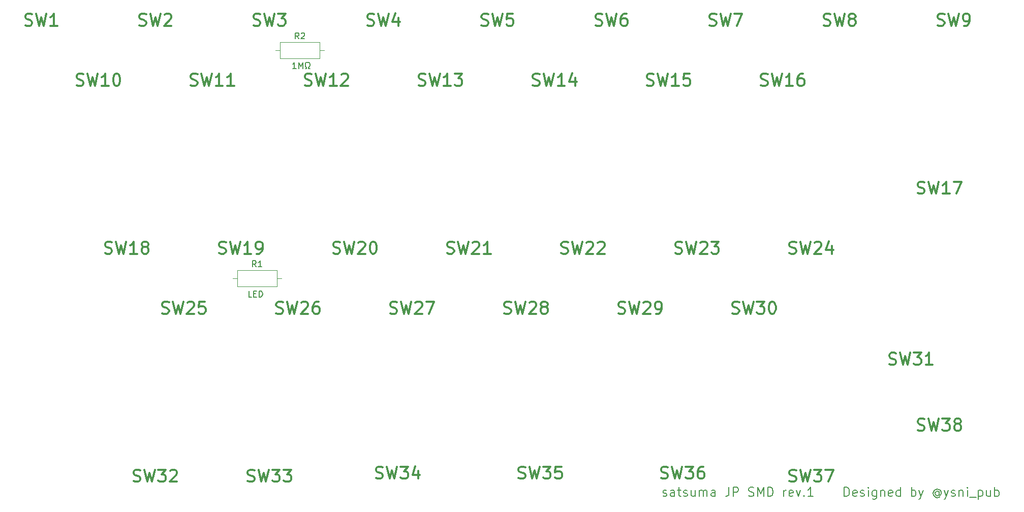
<source format=gto>
G04 #@! TF.GenerationSoftware,KiCad,Pcbnew,5.1.2-f72e74a~84~ubuntu18.04.1*
G04 #@! TF.CreationDate,2019-06-15T15:54:53+09:00*
G04 #@! TF.ProjectId,right-PCB,72696768-742d-4504-9342-2e6b69636164,rev?*
G04 #@! TF.SameCoordinates,Original*
G04 #@! TF.FileFunction,Legend,Top*
G04 #@! TF.FilePolarity,Positive*
%FSLAX46Y46*%
G04 Gerber Fmt 4.6, Leading zero omitted, Abs format (unit mm)*
G04 Created by KiCad (PCBNEW 5.1.2-f72e74a~84~ubuntu18.04.1) date 2019-06-15 15:54:53*
%MOMM*%
%LPD*%
G04 APERTURE LIST*
%ADD10C,0.150000*%
%ADD11C,0.120000*%
%ADD12C,0.300000*%
%ADD13C,1.602000*%
%ADD14C,2.302000*%
%ADD15O,1.702000X1.702000*%
%ADD16C,1.702000*%
%ADD17C,1.852000*%
%ADD18C,3.102000*%
%ADD19C,4.089800*%
%ADD20C,3.150000*%
%ADD21C,1.902000*%
%ADD22R,1.902000X1.902000*%
G04 APERTURE END LIST*
D10*
X82542142Y-105227380D02*
X82065952Y-105227380D01*
X82065952Y-104227380D01*
X82875476Y-104703571D02*
X83208809Y-104703571D01*
X83351666Y-105227380D02*
X82875476Y-105227380D01*
X82875476Y-104227380D01*
X83351666Y-104227380D01*
X83780238Y-105227380D02*
X83780238Y-104227380D01*
X84018333Y-104227380D01*
X84161190Y-104275000D01*
X84256428Y-104370238D01*
X84304047Y-104465476D01*
X84351666Y-104655952D01*
X84351666Y-104798809D01*
X84304047Y-104989285D01*
X84256428Y-105084523D01*
X84161190Y-105179761D01*
X84018333Y-105227380D01*
X83780238Y-105227380D01*
X89947857Y-67127380D02*
X89376428Y-67127380D01*
X89662142Y-67127380D02*
X89662142Y-66127380D01*
X89566904Y-66270238D01*
X89471666Y-66365476D01*
X89376428Y-66413095D01*
X90376428Y-67127380D02*
X90376428Y-66127380D01*
X90709761Y-66841666D01*
X91043095Y-66127380D01*
X91043095Y-67127380D01*
X91471666Y-67127380D02*
X91709761Y-67127380D01*
X91709761Y-66936904D01*
X91614523Y-66889285D01*
X91519285Y-66794047D01*
X91471666Y-66651190D01*
X91471666Y-66413095D01*
X91519285Y-66270238D01*
X91614523Y-66175000D01*
X91757380Y-66127380D01*
X91947857Y-66127380D01*
X92090714Y-66175000D01*
X92185952Y-66270238D01*
X92233571Y-66413095D01*
X92233571Y-66651190D01*
X92185952Y-66794047D01*
X92090714Y-66889285D01*
X91995476Y-66936904D01*
X91995476Y-67127380D01*
X92233571Y-67127380D01*
X151070000Y-138402142D02*
X151212857Y-138473571D01*
X151498571Y-138473571D01*
X151641428Y-138402142D01*
X151712857Y-138259285D01*
X151712857Y-138187857D01*
X151641428Y-138045000D01*
X151498571Y-137973571D01*
X151284285Y-137973571D01*
X151141428Y-137902142D01*
X151070000Y-137759285D01*
X151070000Y-137687857D01*
X151141428Y-137545000D01*
X151284285Y-137473571D01*
X151498571Y-137473571D01*
X151641428Y-137545000D01*
X152998571Y-138473571D02*
X152998571Y-137687857D01*
X152927142Y-137545000D01*
X152784285Y-137473571D01*
X152498571Y-137473571D01*
X152355714Y-137545000D01*
X152998571Y-138402142D02*
X152855714Y-138473571D01*
X152498571Y-138473571D01*
X152355714Y-138402142D01*
X152284285Y-138259285D01*
X152284285Y-138116428D01*
X152355714Y-137973571D01*
X152498571Y-137902142D01*
X152855714Y-137902142D01*
X152998571Y-137830714D01*
X153498571Y-137473571D02*
X154070000Y-137473571D01*
X153712857Y-136973571D02*
X153712857Y-138259285D01*
X153784285Y-138402142D01*
X153927142Y-138473571D01*
X154070000Y-138473571D01*
X154498571Y-138402142D02*
X154641428Y-138473571D01*
X154927142Y-138473571D01*
X155070000Y-138402142D01*
X155141428Y-138259285D01*
X155141428Y-138187857D01*
X155070000Y-138045000D01*
X154927142Y-137973571D01*
X154712857Y-137973571D01*
X154570000Y-137902142D01*
X154498571Y-137759285D01*
X154498571Y-137687857D01*
X154570000Y-137545000D01*
X154712857Y-137473571D01*
X154927142Y-137473571D01*
X155070000Y-137545000D01*
X156427142Y-137473571D02*
X156427142Y-138473571D01*
X155784285Y-137473571D02*
X155784285Y-138259285D01*
X155855714Y-138402142D01*
X155998571Y-138473571D01*
X156212857Y-138473571D01*
X156355714Y-138402142D01*
X156427142Y-138330714D01*
X157141428Y-138473571D02*
X157141428Y-137473571D01*
X157141428Y-137616428D02*
X157212857Y-137545000D01*
X157355714Y-137473571D01*
X157570000Y-137473571D01*
X157712857Y-137545000D01*
X157784285Y-137687857D01*
X157784285Y-138473571D01*
X157784285Y-137687857D02*
X157855714Y-137545000D01*
X157998571Y-137473571D01*
X158212857Y-137473571D01*
X158355714Y-137545000D01*
X158427142Y-137687857D01*
X158427142Y-138473571D01*
X159784285Y-138473571D02*
X159784285Y-137687857D01*
X159712857Y-137545000D01*
X159570000Y-137473571D01*
X159284285Y-137473571D01*
X159141428Y-137545000D01*
X159784285Y-138402142D02*
X159641428Y-138473571D01*
X159284285Y-138473571D01*
X159141428Y-138402142D01*
X159070000Y-138259285D01*
X159070000Y-138116428D01*
X159141428Y-137973571D01*
X159284285Y-137902142D01*
X159641428Y-137902142D01*
X159784285Y-137830714D01*
X162070000Y-136973571D02*
X162070000Y-138045000D01*
X161998571Y-138259285D01*
X161855714Y-138402142D01*
X161641428Y-138473571D01*
X161498571Y-138473571D01*
X162784285Y-138473571D02*
X162784285Y-136973571D01*
X163355714Y-136973571D01*
X163498571Y-137045000D01*
X163570000Y-137116428D01*
X163641428Y-137259285D01*
X163641428Y-137473571D01*
X163570000Y-137616428D01*
X163498571Y-137687857D01*
X163355714Y-137759285D01*
X162784285Y-137759285D01*
X165355714Y-138402142D02*
X165570000Y-138473571D01*
X165927142Y-138473571D01*
X166070000Y-138402142D01*
X166141428Y-138330714D01*
X166212857Y-138187857D01*
X166212857Y-138045000D01*
X166141428Y-137902142D01*
X166070000Y-137830714D01*
X165927142Y-137759285D01*
X165641428Y-137687857D01*
X165498571Y-137616428D01*
X165427142Y-137545000D01*
X165355714Y-137402142D01*
X165355714Y-137259285D01*
X165427142Y-137116428D01*
X165498571Y-137045000D01*
X165641428Y-136973571D01*
X165998571Y-136973571D01*
X166212857Y-137045000D01*
X166855714Y-138473571D02*
X166855714Y-136973571D01*
X167355714Y-138045000D01*
X167855714Y-136973571D01*
X167855714Y-138473571D01*
X168570000Y-138473571D02*
X168570000Y-136973571D01*
X168927142Y-136973571D01*
X169141428Y-137045000D01*
X169284285Y-137187857D01*
X169355714Y-137330714D01*
X169427142Y-137616428D01*
X169427142Y-137830714D01*
X169355714Y-138116428D01*
X169284285Y-138259285D01*
X169141428Y-138402142D01*
X168927142Y-138473571D01*
X168570000Y-138473571D01*
X171212857Y-138473571D02*
X171212857Y-137473571D01*
X171212857Y-137759285D02*
X171284285Y-137616428D01*
X171355714Y-137545000D01*
X171498571Y-137473571D01*
X171641428Y-137473571D01*
X172712857Y-138402142D02*
X172570000Y-138473571D01*
X172284285Y-138473571D01*
X172141428Y-138402142D01*
X172070000Y-138259285D01*
X172070000Y-137687857D01*
X172141428Y-137545000D01*
X172284285Y-137473571D01*
X172570000Y-137473571D01*
X172712857Y-137545000D01*
X172784285Y-137687857D01*
X172784285Y-137830714D01*
X172070000Y-137973571D01*
X173284285Y-137473571D02*
X173641428Y-138473571D01*
X173998571Y-137473571D01*
X174570000Y-138330714D02*
X174641428Y-138402142D01*
X174570000Y-138473571D01*
X174498571Y-138402142D01*
X174570000Y-138330714D01*
X174570000Y-138473571D01*
X176069999Y-138473571D02*
X175212857Y-138473571D01*
X175641428Y-138473571D02*
X175641428Y-136973571D01*
X175498571Y-137187857D01*
X175355714Y-137330714D01*
X175212857Y-137402142D01*
X181284285Y-138473571D02*
X181284285Y-136973571D01*
X181641428Y-136973571D01*
X181855714Y-137045000D01*
X181998571Y-137187857D01*
X182069999Y-137330714D01*
X182141428Y-137616428D01*
X182141428Y-137830714D01*
X182069999Y-138116428D01*
X181998571Y-138259285D01*
X181855714Y-138402142D01*
X181641428Y-138473571D01*
X181284285Y-138473571D01*
X183355714Y-138402142D02*
X183212857Y-138473571D01*
X182927142Y-138473571D01*
X182784285Y-138402142D01*
X182712857Y-138259285D01*
X182712857Y-137687857D01*
X182784285Y-137545000D01*
X182927142Y-137473571D01*
X183212857Y-137473571D01*
X183355714Y-137545000D01*
X183427142Y-137687857D01*
X183427142Y-137830714D01*
X182712857Y-137973571D01*
X183998571Y-138402142D02*
X184141428Y-138473571D01*
X184427142Y-138473571D01*
X184569999Y-138402142D01*
X184641428Y-138259285D01*
X184641428Y-138187857D01*
X184569999Y-138045000D01*
X184427142Y-137973571D01*
X184212857Y-137973571D01*
X184069999Y-137902142D01*
X183998571Y-137759285D01*
X183998571Y-137687857D01*
X184069999Y-137545000D01*
X184212857Y-137473571D01*
X184427142Y-137473571D01*
X184569999Y-137545000D01*
X185284285Y-138473571D02*
X185284285Y-137473571D01*
X185284285Y-136973571D02*
X185212857Y-137045000D01*
X185284285Y-137116428D01*
X185355714Y-137045000D01*
X185284285Y-136973571D01*
X185284285Y-137116428D01*
X186641428Y-137473571D02*
X186641428Y-138687857D01*
X186569999Y-138830714D01*
X186498571Y-138902142D01*
X186355714Y-138973571D01*
X186141428Y-138973571D01*
X185998571Y-138902142D01*
X186641428Y-138402142D02*
X186498571Y-138473571D01*
X186212857Y-138473571D01*
X186069999Y-138402142D01*
X185998571Y-138330714D01*
X185927142Y-138187857D01*
X185927142Y-137759285D01*
X185998571Y-137616428D01*
X186069999Y-137545000D01*
X186212857Y-137473571D01*
X186498571Y-137473571D01*
X186641428Y-137545000D01*
X187355714Y-137473571D02*
X187355714Y-138473571D01*
X187355714Y-137616428D02*
X187427142Y-137545000D01*
X187570000Y-137473571D01*
X187784285Y-137473571D01*
X187927142Y-137545000D01*
X187998571Y-137687857D01*
X187998571Y-138473571D01*
X189284285Y-138402142D02*
X189141428Y-138473571D01*
X188855714Y-138473571D01*
X188712857Y-138402142D01*
X188641428Y-138259285D01*
X188641428Y-137687857D01*
X188712857Y-137545000D01*
X188855714Y-137473571D01*
X189141428Y-137473571D01*
X189284285Y-137545000D01*
X189355714Y-137687857D01*
X189355714Y-137830714D01*
X188641428Y-137973571D01*
X190641428Y-138473571D02*
X190641428Y-136973571D01*
X190641428Y-138402142D02*
X190498571Y-138473571D01*
X190212857Y-138473571D01*
X190069999Y-138402142D01*
X189998571Y-138330714D01*
X189927142Y-138187857D01*
X189927142Y-137759285D01*
X189998571Y-137616428D01*
X190069999Y-137545000D01*
X190212857Y-137473571D01*
X190498571Y-137473571D01*
X190641428Y-137545000D01*
X192498571Y-138473571D02*
X192498571Y-136973571D01*
X192498571Y-137545000D02*
X192641428Y-137473571D01*
X192927142Y-137473571D01*
X193069999Y-137545000D01*
X193141428Y-137616428D01*
X193212857Y-137759285D01*
X193212857Y-138187857D01*
X193141428Y-138330714D01*
X193069999Y-138402142D01*
X192927142Y-138473571D01*
X192641428Y-138473571D01*
X192498571Y-138402142D01*
X193712857Y-137473571D02*
X194070000Y-138473571D01*
X194427142Y-137473571D02*
X194070000Y-138473571D01*
X193927142Y-138830714D01*
X193855714Y-138902142D01*
X193712857Y-138973571D01*
X197069999Y-137759285D02*
X196998571Y-137687857D01*
X196855714Y-137616428D01*
X196712857Y-137616428D01*
X196569999Y-137687857D01*
X196498571Y-137759285D01*
X196427142Y-137902142D01*
X196427142Y-138045000D01*
X196498571Y-138187857D01*
X196569999Y-138259285D01*
X196712857Y-138330714D01*
X196855714Y-138330714D01*
X196998571Y-138259285D01*
X197069999Y-138187857D01*
X197069999Y-137616428D02*
X197069999Y-138187857D01*
X197141428Y-138259285D01*
X197212857Y-138259285D01*
X197355714Y-138187857D01*
X197427142Y-138045000D01*
X197427142Y-137687857D01*
X197284285Y-137473571D01*
X197069999Y-137330714D01*
X196784285Y-137259285D01*
X196498571Y-137330714D01*
X196284285Y-137473571D01*
X196141428Y-137687857D01*
X196069999Y-137973571D01*
X196141428Y-138259285D01*
X196284285Y-138473571D01*
X196498571Y-138616428D01*
X196784285Y-138687857D01*
X197069999Y-138616428D01*
X197284285Y-138473571D01*
X197927142Y-137473571D02*
X198284285Y-138473571D01*
X198641428Y-137473571D02*
X198284285Y-138473571D01*
X198141428Y-138830714D01*
X198069999Y-138902142D01*
X197927142Y-138973571D01*
X199141428Y-138402142D02*
X199284285Y-138473571D01*
X199569999Y-138473571D01*
X199712857Y-138402142D01*
X199784285Y-138259285D01*
X199784285Y-138187857D01*
X199712857Y-138045000D01*
X199569999Y-137973571D01*
X199355714Y-137973571D01*
X199212857Y-137902142D01*
X199141428Y-137759285D01*
X199141428Y-137687857D01*
X199212857Y-137545000D01*
X199355714Y-137473571D01*
X199569999Y-137473571D01*
X199712857Y-137545000D01*
X200427142Y-137473571D02*
X200427142Y-138473571D01*
X200427142Y-137616428D02*
X200498571Y-137545000D01*
X200641428Y-137473571D01*
X200855714Y-137473571D01*
X200998571Y-137545000D01*
X201069999Y-137687857D01*
X201069999Y-138473571D01*
X201784285Y-138473571D02*
X201784285Y-137473571D01*
X201784285Y-136973571D02*
X201712857Y-137045000D01*
X201784285Y-137116428D01*
X201855714Y-137045000D01*
X201784285Y-136973571D01*
X201784285Y-137116428D01*
X202141428Y-138616428D02*
X203284285Y-138616428D01*
X203641428Y-137473571D02*
X203641428Y-138973571D01*
X203641428Y-137545000D02*
X203784285Y-137473571D01*
X204069999Y-137473571D01*
X204212857Y-137545000D01*
X204284285Y-137616428D01*
X204355714Y-137759285D01*
X204355714Y-138187857D01*
X204284285Y-138330714D01*
X204212857Y-138402142D01*
X204069999Y-138473571D01*
X203784285Y-138473571D01*
X203641428Y-138402142D01*
X205641428Y-137473571D02*
X205641428Y-138473571D01*
X204998571Y-137473571D02*
X204998571Y-138259285D01*
X205069999Y-138402142D01*
X205212857Y-138473571D01*
X205427142Y-138473571D01*
X205569999Y-138402142D01*
X205641428Y-138330714D01*
X206355714Y-138473571D02*
X206355714Y-136973571D01*
X206355714Y-137545000D02*
X206498571Y-137473571D01*
X206784285Y-137473571D01*
X206927142Y-137545000D01*
X206998571Y-137616428D01*
X207070000Y-137759285D01*
X207070000Y-138187857D01*
X206998571Y-138330714D01*
X206927142Y-138402142D01*
X206784285Y-138473571D01*
X206498571Y-138473571D01*
X206355714Y-138402142D01*
D11*
X94620000Y-64125000D02*
X93850000Y-64125000D01*
X86540000Y-64125000D02*
X87310000Y-64125000D01*
X93850000Y-62755000D02*
X87310000Y-62755000D01*
X93850000Y-65495000D02*
X93850000Y-62755000D01*
X87310000Y-65495000D02*
X93850000Y-65495000D01*
X87310000Y-62755000D02*
X87310000Y-65495000D01*
X87495000Y-102125000D02*
X86725000Y-102125000D01*
X79415000Y-102125000D02*
X80185000Y-102125000D01*
X86725000Y-100755000D02*
X80185000Y-100755000D01*
X86725000Y-103495000D02*
X86725000Y-100755000D01*
X80185000Y-103495000D02*
X86725000Y-103495000D01*
X80185000Y-100755000D02*
X80185000Y-103495000D01*
D10*
X90413333Y-62207380D02*
X90080000Y-61731190D01*
X89841904Y-62207380D02*
X89841904Y-61207380D01*
X90222857Y-61207380D01*
X90318095Y-61255000D01*
X90365714Y-61302619D01*
X90413333Y-61397857D01*
X90413333Y-61540714D01*
X90365714Y-61635952D01*
X90318095Y-61683571D01*
X90222857Y-61731190D01*
X89841904Y-61731190D01*
X90794285Y-61302619D02*
X90841904Y-61255000D01*
X90937142Y-61207380D01*
X91175238Y-61207380D01*
X91270476Y-61255000D01*
X91318095Y-61302619D01*
X91365714Y-61397857D01*
X91365714Y-61493095D01*
X91318095Y-61635952D01*
X90746666Y-62207380D01*
X91365714Y-62207380D01*
D12*
X62880952Y-135934523D02*
X63166666Y-136029761D01*
X63642857Y-136029761D01*
X63833333Y-135934523D01*
X63928571Y-135839285D01*
X64023809Y-135648809D01*
X64023809Y-135458333D01*
X63928571Y-135267857D01*
X63833333Y-135172619D01*
X63642857Y-135077380D01*
X63261904Y-134982142D01*
X63071428Y-134886904D01*
X62976190Y-134791666D01*
X62880952Y-134601190D01*
X62880952Y-134410714D01*
X62976190Y-134220238D01*
X63071428Y-134125000D01*
X63261904Y-134029761D01*
X63738095Y-134029761D01*
X64023809Y-134125000D01*
X64690476Y-134029761D02*
X65166666Y-136029761D01*
X65547619Y-134601190D01*
X65928571Y-136029761D01*
X66404761Y-134029761D01*
X66976190Y-134029761D02*
X68214285Y-134029761D01*
X67547619Y-134791666D01*
X67833333Y-134791666D01*
X68023809Y-134886904D01*
X68119047Y-134982142D01*
X68214285Y-135172619D01*
X68214285Y-135648809D01*
X68119047Y-135839285D01*
X68023809Y-135934523D01*
X67833333Y-136029761D01*
X67261904Y-136029761D01*
X67071428Y-135934523D01*
X66976190Y-135839285D01*
X68976190Y-134220238D02*
X69071428Y-134125000D01*
X69261904Y-134029761D01*
X69738095Y-134029761D01*
X69928571Y-134125000D01*
X70023809Y-134220238D01*
X70119047Y-134410714D01*
X70119047Y-134601190D01*
X70023809Y-134886904D01*
X68880952Y-136029761D01*
X70119047Y-136029761D01*
X193505952Y-127434523D02*
X193791666Y-127529761D01*
X194267857Y-127529761D01*
X194458333Y-127434523D01*
X194553571Y-127339285D01*
X194648809Y-127148809D01*
X194648809Y-126958333D01*
X194553571Y-126767857D01*
X194458333Y-126672619D01*
X194267857Y-126577380D01*
X193886904Y-126482142D01*
X193696428Y-126386904D01*
X193601190Y-126291666D01*
X193505952Y-126101190D01*
X193505952Y-125910714D01*
X193601190Y-125720238D01*
X193696428Y-125625000D01*
X193886904Y-125529761D01*
X194363095Y-125529761D01*
X194648809Y-125625000D01*
X195315476Y-125529761D02*
X195791666Y-127529761D01*
X196172619Y-126101190D01*
X196553571Y-127529761D01*
X197029761Y-125529761D01*
X197601190Y-125529761D02*
X198839285Y-125529761D01*
X198172619Y-126291666D01*
X198458333Y-126291666D01*
X198648809Y-126386904D01*
X198744047Y-126482142D01*
X198839285Y-126672619D01*
X198839285Y-127148809D01*
X198744047Y-127339285D01*
X198648809Y-127434523D01*
X198458333Y-127529761D01*
X197886904Y-127529761D01*
X197696428Y-127434523D01*
X197601190Y-127339285D01*
X199982142Y-126386904D02*
X199791666Y-126291666D01*
X199696428Y-126196428D01*
X199601190Y-126005952D01*
X199601190Y-125910714D01*
X199696428Y-125720238D01*
X199791666Y-125625000D01*
X199982142Y-125529761D01*
X200363095Y-125529761D01*
X200553571Y-125625000D01*
X200648809Y-125720238D01*
X200744047Y-125910714D01*
X200744047Y-126005952D01*
X200648809Y-126196428D01*
X200553571Y-126291666D01*
X200363095Y-126386904D01*
X199982142Y-126386904D01*
X199791666Y-126482142D01*
X199696428Y-126577380D01*
X199601190Y-126767857D01*
X199601190Y-127148809D01*
X199696428Y-127339285D01*
X199791666Y-127434523D01*
X199982142Y-127529761D01*
X200363095Y-127529761D01*
X200553571Y-127434523D01*
X200648809Y-127339285D01*
X200744047Y-127148809D01*
X200744047Y-126767857D01*
X200648809Y-126577380D01*
X200553571Y-126482142D01*
X200363095Y-126386904D01*
X172130952Y-135934523D02*
X172416666Y-136029761D01*
X172892857Y-136029761D01*
X173083333Y-135934523D01*
X173178571Y-135839285D01*
X173273809Y-135648809D01*
X173273809Y-135458333D01*
X173178571Y-135267857D01*
X173083333Y-135172619D01*
X172892857Y-135077380D01*
X172511904Y-134982142D01*
X172321428Y-134886904D01*
X172226190Y-134791666D01*
X172130952Y-134601190D01*
X172130952Y-134410714D01*
X172226190Y-134220238D01*
X172321428Y-134125000D01*
X172511904Y-134029761D01*
X172988095Y-134029761D01*
X173273809Y-134125000D01*
X173940476Y-134029761D02*
X174416666Y-136029761D01*
X174797619Y-134601190D01*
X175178571Y-136029761D01*
X175654761Y-134029761D01*
X176226190Y-134029761D02*
X177464285Y-134029761D01*
X176797619Y-134791666D01*
X177083333Y-134791666D01*
X177273809Y-134886904D01*
X177369047Y-134982142D01*
X177464285Y-135172619D01*
X177464285Y-135648809D01*
X177369047Y-135839285D01*
X177273809Y-135934523D01*
X177083333Y-136029761D01*
X176511904Y-136029761D01*
X176321428Y-135934523D01*
X176226190Y-135839285D01*
X178130952Y-134029761D02*
X179464285Y-134029761D01*
X178607142Y-136029761D01*
X188755952Y-116434523D02*
X189041666Y-116529761D01*
X189517857Y-116529761D01*
X189708333Y-116434523D01*
X189803571Y-116339285D01*
X189898809Y-116148809D01*
X189898809Y-115958333D01*
X189803571Y-115767857D01*
X189708333Y-115672619D01*
X189517857Y-115577380D01*
X189136904Y-115482142D01*
X188946428Y-115386904D01*
X188851190Y-115291666D01*
X188755952Y-115101190D01*
X188755952Y-114910714D01*
X188851190Y-114720238D01*
X188946428Y-114625000D01*
X189136904Y-114529761D01*
X189613095Y-114529761D01*
X189898809Y-114625000D01*
X190565476Y-114529761D02*
X191041666Y-116529761D01*
X191422619Y-115101190D01*
X191803571Y-116529761D01*
X192279761Y-114529761D01*
X192851190Y-114529761D02*
X194089285Y-114529761D01*
X193422619Y-115291666D01*
X193708333Y-115291666D01*
X193898809Y-115386904D01*
X193994047Y-115482142D01*
X194089285Y-115672619D01*
X194089285Y-116148809D01*
X193994047Y-116339285D01*
X193898809Y-116434523D01*
X193708333Y-116529761D01*
X193136904Y-116529761D01*
X192946428Y-116434523D01*
X192851190Y-116339285D01*
X195994047Y-116529761D02*
X194851190Y-116529761D01*
X195422619Y-116529761D02*
X195422619Y-114529761D01*
X195232142Y-114815476D01*
X195041666Y-115005952D01*
X194851190Y-115101190D01*
X162630952Y-107934523D02*
X162916666Y-108029761D01*
X163392857Y-108029761D01*
X163583333Y-107934523D01*
X163678571Y-107839285D01*
X163773809Y-107648809D01*
X163773809Y-107458333D01*
X163678571Y-107267857D01*
X163583333Y-107172619D01*
X163392857Y-107077380D01*
X163011904Y-106982142D01*
X162821428Y-106886904D01*
X162726190Y-106791666D01*
X162630952Y-106601190D01*
X162630952Y-106410714D01*
X162726190Y-106220238D01*
X162821428Y-106125000D01*
X163011904Y-106029761D01*
X163488095Y-106029761D01*
X163773809Y-106125000D01*
X164440476Y-106029761D02*
X164916666Y-108029761D01*
X165297619Y-106601190D01*
X165678571Y-108029761D01*
X166154761Y-106029761D01*
X166726190Y-106029761D02*
X167964285Y-106029761D01*
X167297619Y-106791666D01*
X167583333Y-106791666D01*
X167773809Y-106886904D01*
X167869047Y-106982142D01*
X167964285Y-107172619D01*
X167964285Y-107648809D01*
X167869047Y-107839285D01*
X167773809Y-107934523D01*
X167583333Y-108029761D01*
X167011904Y-108029761D01*
X166821428Y-107934523D01*
X166726190Y-107839285D01*
X169202380Y-106029761D02*
X169392857Y-106029761D01*
X169583333Y-106125000D01*
X169678571Y-106220238D01*
X169773809Y-106410714D01*
X169869047Y-106791666D01*
X169869047Y-107267857D01*
X169773809Y-107648809D01*
X169678571Y-107839285D01*
X169583333Y-107934523D01*
X169392857Y-108029761D01*
X169202380Y-108029761D01*
X169011904Y-107934523D01*
X168916666Y-107839285D01*
X168821428Y-107648809D01*
X168726190Y-107267857D01*
X168726190Y-106791666D01*
X168821428Y-106410714D01*
X168916666Y-106220238D01*
X169011904Y-106125000D01*
X169202380Y-106029761D01*
X172130952Y-97934523D02*
X172416666Y-98029761D01*
X172892857Y-98029761D01*
X173083333Y-97934523D01*
X173178571Y-97839285D01*
X173273809Y-97648809D01*
X173273809Y-97458333D01*
X173178571Y-97267857D01*
X173083333Y-97172619D01*
X172892857Y-97077380D01*
X172511904Y-96982142D01*
X172321428Y-96886904D01*
X172226190Y-96791666D01*
X172130952Y-96601190D01*
X172130952Y-96410714D01*
X172226190Y-96220238D01*
X172321428Y-96125000D01*
X172511904Y-96029761D01*
X172988095Y-96029761D01*
X173273809Y-96125000D01*
X173940476Y-96029761D02*
X174416666Y-98029761D01*
X174797619Y-96601190D01*
X175178571Y-98029761D01*
X175654761Y-96029761D01*
X176321428Y-96220238D02*
X176416666Y-96125000D01*
X176607142Y-96029761D01*
X177083333Y-96029761D01*
X177273809Y-96125000D01*
X177369047Y-96220238D01*
X177464285Y-96410714D01*
X177464285Y-96601190D01*
X177369047Y-96886904D01*
X176226190Y-98029761D01*
X177464285Y-98029761D01*
X179178571Y-96696428D02*
X179178571Y-98029761D01*
X178702380Y-95934523D02*
X178226190Y-97363095D01*
X179464285Y-97363095D01*
X193505952Y-87934523D02*
X193791666Y-88029761D01*
X194267857Y-88029761D01*
X194458333Y-87934523D01*
X194553571Y-87839285D01*
X194648809Y-87648809D01*
X194648809Y-87458333D01*
X194553571Y-87267857D01*
X194458333Y-87172619D01*
X194267857Y-87077380D01*
X193886904Y-86982142D01*
X193696428Y-86886904D01*
X193601190Y-86791666D01*
X193505952Y-86601190D01*
X193505952Y-86410714D01*
X193601190Y-86220238D01*
X193696428Y-86125000D01*
X193886904Y-86029761D01*
X194363095Y-86029761D01*
X194648809Y-86125000D01*
X195315476Y-86029761D02*
X195791666Y-88029761D01*
X196172619Y-86601190D01*
X196553571Y-88029761D01*
X197029761Y-86029761D01*
X198839285Y-88029761D02*
X197696428Y-88029761D01*
X198267857Y-88029761D02*
X198267857Y-86029761D01*
X198077380Y-86315476D01*
X197886904Y-86505952D01*
X197696428Y-86601190D01*
X199505952Y-86029761D02*
X200839285Y-86029761D01*
X199982142Y-88029761D01*
X167380952Y-69934523D02*
X167666666Y-70029761D01*
X168142857Y-70029761D01*
X168333333Y-69934523D01*
X168428571Y-69839285D01*
X168523809Y-69648809D01*
X168523809Y-69458333D01*
X168428571Y-69267857D01*
X168333333Y-69172619D01*
X168142857Y-69077380D01*
X167761904Y-68982142D01*
X167571428Y-68886904D01*
X167476190Y-68791666D01*
X167380952Y-68601190D01*
X167380952Y-68410714D01*
X167476190Y-68220238D01*
X167571428Y-68125000D01*
X167761904Y-68029761D01*
X168238095Y-68029761D01*
X168523809Y-68125000D01*
X169190476Y-68029761D02*
X169666666Y-70029761D01*
X170047619Y-68601190D01*
X170428571Y-70029761D01*
X170904761Y-68029761D01*
X172714285Y-70029761D02*
X171571428Y-70029761D01*
X172142857Y-70029761D02*
X172142857Y-68029761D01*
X171952380Y-68315476D01*
X171761904Y-68505952D01*
X171571428Y-68601190D01*
X174428571Y-68029761D02*
X174047619Y-68029761D01*
X173857142Y-68125000D01*
X173761904Y-68220238D01*
X173571428Y-68505952D01*
X173476190Y-68886904D01*
X173476190Y-69648809D01*
X173571428Y-69839285D01*
X173666666Y-69934523D01*
X173857142Y-70029761D01*
X174238095Y-70029761D01*
X174428571Y-69934523D01*
X174523809Y-69839285D01*
X174619047Y-69648809D01*
X174619047Y-69172619D01*
X174523809Y-68982142D01*
X174428571Y-68886904D01*
X174238095Y-68791666D01*
X173857142Y-68791666D01*
X173666666Y-68886904D01*
X173571428Y-68982142D01*
X173476190Y-69172619D01*
X196833333Y-59934523D02*
X197119047Y-60029761D01*
X197595238Y-60029761D01*
X197785714Y-59934523D01*
X197880952Y-59839285D01*
X197976190Y-59648809D01*
X197976190Y-59458333D01*
X197880952Y-59267857D01*
X197785714Y-59172619D01*
X197595238Y-59077380D01*
X197214285Y-58982142D01*
X197023809Y-58886904D01*
X196928571Y-58791666D01*
X196833333Y-58601190D01*
X196833333Y-58410714D01*
X196928571Y-58220238D01*
X197023809Y-58125000D01*
X197214285Y-58029761D01*
X197690476Y-58029761D01*
X197976190Y-58125000D01*
X198642857Y-58029761D02*
X199119047Y-60029761D01*
X199500000Y-58601190D01*
X199880952Y-60029761D01*
X200357142Y-58029761D01*
X201214285Y-60029761D02*
X201595238Y-60029761D01*
X201785714Y-59934523D01*
X201880952Y-59839285D01*
X202071428Y-59553571D01*
X202166666Y-59172619D01*
X202166666Y-58410714D01*
X202071428Y-58220238D01*
X201976190Y-58125000D01*
X201785714Y-58029761D01*
X201404761Y-58029761D01*
X201214285Y-58125000D01*
X201119047Y-58220238D01*
X201023809Y-58410714D01*
X201023809Y-58886904D01*
X201119047Y-59077380D01*
X201214285Y-59172619D01*
X201404761Y-59267857D01*
X201785714Y-59267857D01*
X201976190Y-59172619D01*
X202071428Y-59077380D01*
X202166666Y-58886904D01*
X177833333Y-59934523D02*
X178119047Y-60029761D01*
X178595238Y-60029761D01*
X178785714Y-59934523D01*
X178880952Y-59839285D01*
X178976190Y-59648809D01*
X178976190Y-59458333D01*
X178880952Y-59267857D01*
X178785714Y-59172619D01*
X178595238Y-59077380D01*
X178214285Y-58982142D01*
X178023809Y-58886904D01*
X177928571Y-58791666D01*
X177833333Y-58601190D01*
X177833333Y-58410714D01*
X177928571Y-58220238D01*
X178023809Y-58125000D01*
X178214285Y-58029761D01*
X178690476Y-58029761D01*
X178976190Y-58125000D01*
X179642857Y-58029761D02*
X180119047Y-60029761D01*
X180500000Y-58601190D01*
X180880952Y-60029761D01*
X181357142Y-58029761D01*
X182404761Y-58886904D02*
X182214285Y-58791666D01*
X182119047Y-58696428D01*
X182023809Y-58505952D01*
X182023809Y-58410714D01*
X182119047Y-58220238D01*
X182214285Y-58125000D01*
X182404761Y-58029761D01*
X182785714Y-58029761D01*
X182976190Y-58125000D01*
X183071428Y-58220238D01*
X183166666Y-58410714D01*
X183166666Y-58505952D01*
X183071428Y-58696428D01*
X182976190Y-58791666D01*
X182785714Y-58886904D01*
X182404761Y-58886904D01*
X182214285Y-58982142D01*
X182119047Y-59077380D01*
X182023809Y-59267857D01*
X182023809Y-59648809D01*
X182119047Y-59839285D01*
X182214285Y-59934523D01*
X182404761Y-60029761D01*
X182785714Y-60029761D01*
X182976190Y-59934523D01*
X183071428Y-59839285D01*
X183166666Y-59648809D01*
X183166666Y-59267857D01*
X183071428Y-59077380D01*
X182976190Y-58982142D01*
X182785714Y-58886904D01*
X103255952Y-135434523D02*
X103541666Y-135529761D01*
X104017857Y-135529761D01*
X104208333Y-135434523D01*
X104303571Y-135339285D01*
X104398809Y-135148809D01*
X104398809Y-134958333D01*
X104303571Y-134767857D01*
X104208333Y-134672619D01*
X104017857Y-134577380D01*
X103636904Y-134482142D01*
X103446428Y-134386904D01*
X103351190Y-134291666D01*
X103255952Y-134101190D01*
X103255952Y-133910714D01*
X103351190Y-133720238D01*
X103446428Y-133625000D01*
X103636904Y-133529761D01*
X104113095Y-133529761D01*
X104398809Y-133625000D01*
X105065476Y-133529761D02*
X105541666Y-135529761D01*
X105922619Y-134101190D01*
X106303571Y-135529761D01*
X106779761Y-133529761D01*
X107351190Y-133529761D02*
X108589285Y-133529761D01*
X107922619Y-134291666D01*
X108208333Y-134291666D01*
X108398809Y-134386904D01*
X108494047Y-134482142D01*
X108589285Y-134672619D01*
X108589285Y-135148809D01*
X108494047Y-135339285D01*
X108398809Y-135434523D01*
X108208333Y-135529761D01*
X107636904Y-135529761D01*
X107446428Y-135434523D01*
X107351190Y-135339285D01*
X110303571Y-134196428D02*
X110303571Y-135529761D01*
X109827380Y-133434523D02*
X109351190Y-134863095D01*
X110589285Y-134863095D01*
X101833333Y-59934523D02*
X102119047Y-60029761D01*
X102595238Y-60029761D01*
X102785714Y-59934523D01*
X102880952Y-59839285D01*
X102976190Y-59648809D01*
X102976190Y-59458333D01*
X102880952Y-59267857D01*
X102785714Y-59172619D01*
X102595238Y-59077380D01*
X102214285Y-58982142D01*
X102023809Y-58886904D01*
X101928571Y-58791666D01*
X101833333Y-58601190D01*
X101833333Y-58410714D01*
X101928571Y-58220238D01*
X102023809Y-58125000D01*
X102214285Y-58029761D01*
X102690476Y-58029761D01*
X102976190Y-58125000D01*
X103642857Y-58029761D02*
X104119047Y-60029761D01*
X104500000Y-58601190D01*
X104880952Y-60029761D01*
X105357142Y-58029761D01*
X106976190Y-58696428D02*
X106976190Y-60029761D01*
X106500000Y-57934523D02*
X106023809Y-59363095D01*
X107261904Y-59363095D01*
X120833333Y-59934523D02*
X121119047Y-60029761D01*
X121595238Y-60029761D01*
X121785714Y-59934523D01*
X121880952Y-59839285D01*
X121976190Y-59648809D01*
X121976190Y-59458333D01*
X121880952Y-59267857D01*
X121785714Y-59172619D01*
X121595238Y-59077380D01*
X121214285Y-58982142D01*
X121023809Y-58886904D01*
X120928571Y-58791666D01*
X120833333Y-58601190D01*
X120833333Y-58410714D01*
X120928571Y-58220238D01*
X121023809Y-58125000D01*
X121214285Y-58029761D01*
X121690476Y-58029761D01*
X121976190Y-58125000D01*
X122642857Y-58029761D02*
X123119047Y-60029761D01*
X123500000Y-58601190D01*
X123880952Y-60029761D01*
X124357142Y-58029761D01*
X126071428Y-58029761D02*
X125119047Y-58029761D01*
X125023809Y-58982142D01*
X125119047Y-58886904D01*
X125309523Y-58791666D01*
X125785714Y-58791666D01*
X125976190Y-58886904D01*
X126071428Y-58982142D01*
X126166666Y-59172619D01*
X126166666Y-59648809D01*
X126071428Y-59839285D01*
X125976190Y-59934523D01*
X125785714Y-60029761D01*
X125309523Y-60029761D01*
X125119047Y-59934523D01*
X125023809Y-59839285D01*
X139833333Y-59934523D02*
X140119047Y-60029761D01*
X140595238Y-60029761D01*
X140785714Y-59934523D01*
X140880952Y-59839285D01*
X140976190Y-59648809D01*
X140976190Y-59458333D01*
X140880952Y-59267857D01*
X140785714Y-59172619D01*
X140595238Y-59077380D01*
X140214285Y-58982142D01*
X140023809Y-58886904D01*
X139928571Y-58791666D01*
X139833333Y-58601190D01*
X139833333Y-58410714D01*
X139928571Y-58220238D01*
X140023809Y-58125000D01*
X140214285Y-58029761D01*
X140690476Y-58029761D01*
X140976190Y-58125000D01*
X141642857Y-58029761D02*
X142119047Y-60029761D01*
X142500000Y-58601190D01*
X142880952Y-60029761D01*
X143357142Y-58029761D01*
X144976190Y-58029761D02*
X144595238Y-58029761D01*
X144404761Y-58125000D01*
X144309523Y-58220238D01*
X144119047Y-58505952D01*
X144023809Y-58886904D01*
X144023809Y-59648809D01*
X144119047Y-59839285D01*
X144214285Y-59934523D01*
X144404761Y-60029761D01*
X144785714Y-60029761D01*
X144976190Y-59934523D01*
X145071428Y-59839285D01*
X145166666Y-59648809D01*
X145166666Y-59172619D01*
X145071428Y-58982142D01*
X144976190Y-58886904D01*
X144785714Y-58791666D01*
X144404761Y-58791666D01*
X144214285Y-58886904D01*
X144119047Y-58982142D01*
X144023809Y-59172619D01*
X143630952Y-107934523D02*
X143916666Y-108029761D01*
X144392857Y-108029761D01*
X144583333Y-107934523D01*
X144678571Y-107839285D01*
X144773809Y-107648809D01*
X144773809Y-107458333D01*
X144678571Y-107267857D01*
X144583333Y-107172619D01*
X144392857Y-107077380D01*
X144011904Y-106982142D01*
X143821428Y-106886904D01*
X143726190Y-106791666D01*
X143630952Y-106601190D01*
X143630952Y-106410714D01*
X143726190Y-106220238D01*
X143821428Y-106125000D01*
X144011904Y-106029761D01*
X144488095Y-106029761D01*
X144773809Y-106125000D01*
X145440476Y-106029761D02*
X145916666Y-108029761D01*
X146297619Y-106601190D01*
X146678571Y-108029761D01*
X147154761Y-106029761D01*
X147821428Y-106220238D02*
X147916666Y-106125000D01*
X148107142Y-106029761D01*
X148583333Y-106029761D01*
X148773809Y-106125000D01*
X148869047Y-106220238D01*
X148964285Y-106410714D01*
X148964285Y-106601190D01*
X148869047Y-106886904D01*
X147726190Y-108029761D01*
X148964285Y-108029761D01*
X149916666Y-108029761D02*
X150297619Y-108029761D01*
X150488095Y-107934523D01*
X150583333Y-107839285D01*
X150773809Y-107553571D01*
X150869047Y-107172619D01*
X150869047Y-106410714D01*
X150773809Y-106220238D01*
X150678571Y-106125000D01*
X150488095Y-106029761D01*
X150107142Y-106029761D01*
X149916666Y-106125000D01*
X149821428Y-106220238D01*
X149726190Y-106410714D01*
X149726190Y-106886904D01*
X149821428Y-107077380D01*
X149916666Y-107172619D01*
X150107142Y-107267857D01*
X150488095Y-107267857D01*
X150678571Y-107172619D01*
X150773809Y-107077380D01*
X150869047Y-106886904D01*
X81880952Y-135934523D02*
X82166666Y-136029761D01*
X82642857Y-136029761D01*
X82833333Y-135934523D01*
X82928571Y-135839285D01*
X83023809Y-135648809D01*
X83023809Y-135458333D01*
X82928571Y-135267857D01*
X82833333Y-135172619D01*
X82642857Y-135077380D01*
X82261904Y-134982142D01*
X82071428Y-134886904D01*
X81976190Y-134791666D01*
X81880952Y-134601190D01*
X81880952Y-134410714D01*
X81976190Y-134220238D01*
X82071428Y-134125000D01*
X82261904Y-134029761D01*
X82738095Y-134029761D01*
X83023809Y-134125000D01*
X83690476Y-134029761D02*
X84166666Y-136029761D01*
X84547619Y-134601190D01*
X84928571Y-136029761D01*
X85404761Y-134029761D01*
X85976190Y-134029761D02*
X87214285Y-134029761D01*
X86547619Y-134791666D01*
X86833333Y-134791666D01*
X87023809Y-134886904D01*
X87119047Y-134982142D01*
X87214285Y-135172619D01*
X87214285Y-135648809D01*
X87119047Y-135839285D01*
X87023809Y-135934523D01*
X86833333Y-136029761D01*
X86261904Y-136029761D01*
X86071428Y-135934523D01*
X85976190Y-135839285D01*
X87880952Y-134029761D02*
X89119047Y-134029761D01*
X88452380Y-134791666D01*
X88738095Y-134791666D01*
X88928571Y-134886904D01*
X89023809Y-134982142D01*
X89119047Y-135172619D01*
X89119047Y-135648809D01*
X89023809Y-135839285D01*
X88928571Y-135934523D01*
X88738095Y-136029761D01*
X88166666Y-136029761D01*
X87976190Y-135934523D01*
X87880952Y-135839285D01*
X124630952Y-107934523D02*
X124916666Y-108029761D01*
X125392857Y-108029761D01*
X125583333Y-107934523D01*
X125678571Y-107839285D01*
X125773809Y-107648809D01*
X125773809Y-107458333D01*
X125678571Y-107267857D01*
X125583333Y-107172619D01*
X125392857Y-107077380D01*
X125011904Y-106982142D01*
X124821428Y-106886904D01*
X124726190Y-106791666D01*
X124630952Y-106601190D01*
X124630952Y-106410714D01*
X124726190Y-106220238D01*
X124821428Y-106125000D01*
X125011904Y-106029761D01*
X125488095Y-106029761D01*
X125773809Y-106125000D01*
X126440476Y-106029761D02*
X126916666Y-108029761D01*
X127297619Y-106601190D01*
X127678571Y-108029761D01*
X128154761Y-106029761D01*
X128821428Y-106220238D02*
X128916666Y-106125000D01*
X129107142Y-106029761D01*
X129583333Y-106029761D01*
X129773809Y-106125000D01*
X129869047Y-106220238D01*
X129964285Y-106410714D01*
X129964285Y-106601190D01*
X129869047Y-106886904D01*
X128726190Y-108029761D01*
X129964285Y-108029761D01*
X131107142Y-106886904D02*
X130916666Y-106791666D01*
X130821428Y-106696428D01*
X130726190Y-106505952D01*
X130726190Y-106410714D01*
X130821428Y-106220238D01*
X130916666Y-106125000D01*
X131107142Y-106029761D01*
X131488095Y-106029761D01*
X131678571Y-106125000D01*
X131773809Y-106220238D01*
X131869047Y-106410714D01*
X131869047Y-106505952D01*
X131773809Y-106696428D01*
X131678571Y-106791666D01*
X131488095Y-106886904D01*
X131107142Y-106886904D01*
X130916666Y-106982142D01*
X130821428Y-107077380D01*
X130726190Y-107267857D01*
X130726190Y-107648809D01*
X130821428Y-107839285D01*
X130916666Y-107934523D01*
X131107142Y-108029761D01*
X131488095Y-108029761D01*
X131678571Y-107934523D01*
X131773809Y-107839285D01*
X131869047Y-107648809D01*
X131869047Y-107267857D01*
X131773809Y-107077380D01*
X131678571Y-106982142D01*
X131488095Y-106886904D01*
X105630952Y-107934523D02*
X105916666Y-108029761D01*
X106392857Y-108029761D01*
X106583333Y-107934523D01*
X106678571Y-107839285D01*
X106773809Y-107648809D01*
X106773809Y-107458333D01*
X106678571Y-107267857D01*
X106583333Y-107172619D01*
X106392857Y-107077380D01*
X106011904Y-106982142D01*
X105821428Y-106886904D01*
X105726190Y-106791666D01*
X105630952Y-106601190D01*
X105630952Y-106410714D01*
X105726190Y-106220238D01*
X105821428Y-106125000D01*
X106011904Y-106029761D01*
X106488095Y-106029761D01*
X106773809Y-106125000D01*
X107440476Y-106029761D02*
X107916666Y-108029761D01*
X108297619Y-106601190D01*
X108678571Y-108029761D01*
X109154761Y-106029761D01*
X109821428Y-106220238D02*
X109916666Y-106125000D01*
X110107142Y-106029761D01*
X110583333Y-106029761D01*
X110773809Y-106125000D01*
X110869047Y-106220238D01*
X110964285Y-106410714D01*
X110964285Y-106601190D01*
X110869047Y-106886904D01*
X109726190Y-108029761D01*
X110964285Y-108029761D01*
X111630952Y-106029761D02*
X112964285Y-106029761D01*
X112107142Y-108029761D01*
X86630952Y-107934523D02*
X86916666Y-108029761D01*
X87392857Y-108029761D01*
X87583333Y-107934523D01*
X87678571Y-107839285D01*
X87773809Y-107648809D01*
X87773809Y-107458333D01*
X87678571Y-107267857D01*
X87583333Y-107172619D01*
X87392857Y-107077380D01*
X87011904Y-106982142D01*
X86821428Y-106886904D01*
X86726190Y-106791666D01*
X86630952Y-106601190D01*
X86630952Y-106410714D01*
X86726190Y-106220238D01*
X86821428Y-106125000D01*
X87011904Y-106029761D01*
X87488095Y-106029761D01*
X87773809Y-106125000D01*
X88440476Y-106029761D02*
X88916666Y-108029761D01*
X89297619Y-106601190D01*
X89678571Y-108029761D01*
X90154761Y-106029761D01*
X90821428Y-106220238D02*
X90916666Y-106125000D01*
X91107142Y-106029761D01*
X91583333Y-106029761D01*
X91773809Y-106125000D01*
X91869047Y-106220238D01*
X91964285Y-106410714D01*
X91964285Y-106601190D01*
X91869047Y-106886904D01*
X90726190Y-108029761D01*
X91964285Y-108029761D01*
X93678571Y-106029761D02*
X93297619Y-106029761D01*
X93107142Y-106125000D01*
X93011904Y-106220238D01*
X92821428Y-106505952D01*
X92726190Y-106886904D01*
X92726190Y-107648809D01*
X92821428Y-107839285D01*
X92916666Y-107934523D01*
X93107142Y-108029761D01*
X93488095Y-108029761D01*
X93678571Y-107934523D01*
X93773809Y-107839285D01*
X93869047Y-107648809D01*
X93869047Y-107172619D01*
X93773809Y-106982142D01*
X93678571Y-106886904D01*
X93488095Y-106791666D01*
X93107142Y-106791666D01*
X92916666Y-106886904D01*
X92821428Y-106982142D01*
X92726190Y-107172619D01*
X67630952Y-107934523D02*
X67916666Y-108029761D01*
X68392857Y-108029761D01*
X68583333Y-107934523D01*
X68678571Y-107839285D01*
X68773809Y-107648809D01*
X68773809Y-107458333D01*
X68678571Y-107267857D01*
X68583333Y-107172619D01*
X68392857Y-107077380D01*
X68011904Y-106982142D01*
X67821428Y-106886904D01*
X67726190Y-106791666D01*
X67630952Y-106601190D01*
X67630952Y-106410714D01*
X67726190Y-106220238D01*
X67821428Y-106125000D01*
X68011904Y-106029761D01*
X68488095Y-106029761D01*
X68773809Y-106125000D01*
X69440476Y-106029761D02*
X69916666Y-108029761D01*
X70297619Y-106601190D01*
X70678571Y-108029761D01*
X71154761Y-106029761D01*
X71821428Y-106220238D02*
X71916666Y-106125000D01*
X72107142Y-106029761D01*
X72583333Y-106029761D01*
X72773809Y-106125000D01*
X72869047Y-106220238D01*
X72964285Y-106410714D01*
X72964285Y-106601190D01*
X72869047Y-106886904D01*
X71726190Y-108029761D01*
X72964285Y-108029761D01*
X74773809Y-106029761D02*
X73821428Y-106029761D01*
X73726190Y-106982142D01*
X73821428Y-106886904D01*
X74011904Y-106791666D01*
X74488095Y-106791666D01*
X74678571Y-106886904D01*
X74773809Y-106982142D01*
X74869047Y-107172619D01*
X74869047Y-107648809D01*
X74773809Y-107839285D01*
X74678571Y-107934523D01*
X74488095Y-108029761D01*
X74011904Y-108029761D01*
X73821428Y-107934523D01*
X73726190Y-107839285D01*
X153130952Y-97934523D02*
X153416666Y-98029761D01*
X153892857Y-98029761D01*
X154083333Y-97934523D01*
X154178571Y-97839285D01*
X154273809Y-97648809D01*
X154273809Y-97458333D01*
X154178571Y-97267857D01*
X154083333Y-97172619D01*
X153892857Y-97077380D01*
X153511904Y-96982142D01*
X153321428Y-96886904D01*
X153226190Y-96791666D01*
X153130952Y-96601190D01*
X153130952Y-96410714D01*
X153226190Y-96220238D01*
X153321428Y-96125000D01*
X153511904Y-96029761D01*
X153988095Y-96029761D01*
X154273809Y-96125000D01*
X154940476Y-96029761D02*
X155416666Y-98029761D01*
X155797619Y-96601190D01*
X156178571Y-98029761D01*
X156654761Y-96029761D01*
X157321428Y-96220238D02*
X157416666Y-96125000D01*
X157607142Y-96029761D01*
X158083333Y-96029761D01*
X158273809Y-96125000D01*
X158369047Y-96220238D01*
X158464285Y-96410714D01*
X158464285Y-96601190D01*
X158369047Y-96886904D01*
X157226190Y-98029761D01*
X158464285Y-98029761D01*
X159130952Y-96029761D02*
X160369047Y-96029761D01*
X159702380Y-96791666D01*
X159988095Y-96791666D01*
X160178571Y-96886904D01*
X160273809Y-96982142D01*
X160369047Y-97172619D01*
X160369047Y-97648809D01*
X160273809Y-97839285D01*
X160178571Y-97934523D01*
X159988095Y-98029761D01*
X159416666Y-98029761D01*
X159226190Y-97934523D01*
X159130952Y-97839285D01*
X134130952Y-97934523D02*
X134416666Y-98029761D01*
X134892857Y-98029761D01*
X135083333Y-97934523D01*
X135178571Y-97839285D01*
X135273809Y-97648809D01*
X135273809Y-97458333D01*
X135178571Y-97267857D01*
X135083333Y-97172619D01*
X134892857Y-97077380D01*
X134511904Y-96982142D01*
X134321428Y-96886904D01*
X134226190Y-96791666D01*
X134130952Y-96601190D01*
X134130952Y-96410714D01*
X134226190Y-96220238D01*
X134321428Y-96125000D01*
X134511904Y-96029761D01*
X134988095Y-96029761D01*
X135273809Y-96125000D01*
X135940476Y-96029761D02*
X136416666Y-98029761D01*
X136797619Y-96601190D01*
X137178571Y-98029761D01*
X137654761Y-96029761D01*
X138321428Y-96220238D02*
X138416666Y-96125000D01*
X138607142Y-96029761D01*
X139083333Y-96029761D01*
X139273809Y-96125000D01*
X139369047Y-96220238D01*
X139464285Y-96410714D01*
X139464285Y-96601190D01*
X139369047Y-96886904D01*
X138226190Y-98029761D01*
X139464285Y-98029761D01*
X140226190Y-96220238D02*
X140321428Y-96125000D01*
X140511904Y-96029761D01*
X140988095Y-96029761D01*
X141178571Y-96125000D01*
X141273809Y-96220238D01*
X141369047Y-96410714D01*
X141369047Y-96601190D01*
X141273809Y-96886904D01*
X140130952Y-98029761D01*
X141369047Y-98029761D01*
X115130952Y-97934523D02*
X115416666Y-98029761D01*
X115892857Y-98029761D01*
X116083333Y-97934523D01*
X116178571Y-97839285D01*
X116273809Y-97648809D01*
X116273809Y-97458333D01*
X116178571Y-97267857D01*
X116083333Y-97172619D01*
X115892857Y-97077380D01*
X115511904Y-96982142D01*
X115321428Y-96886904D01*
X115226190Y-96791666D01*
X115130952Y-96601190D01*
X115130952Y-96410714D01*
X115226190Y-96220238D01*
X115321428Y-96125000D01*
X115511904Y-96029761D01*
X115988095Y-96029761D01*
X116273809Y-96125000D01*
X116940476Y-96029761D02*
X117416666Y-98029761D01*
X117797619Y-96601190D01*
X118178571Y-98029761D01*
X118654761Y-96029761D01*
X119321428Y-96220238D02*
X119416666Y-96125000D01*
X119607142Y-96029761D01*
X120083333Y-96029761D01*
X120273809Y-96125000D01*
X120369047Y-96220238D01*
X120464285Y-96410714D01*
X120464285Y-96601190D01*
X120369047Y-96886904D01*
X119226190Y-98029761D01*
X120464285Y-98029761D01*
X122369047Y-98029761D02*
X121226190Y-98029761D01*
X121797619Y-98029761D02*
X121797619Y-96029761D01*
X121607142Y-96315476D01*
X121416666Y-96505952D01*
X121226190Y-96601190D01*
X96130952Y-97934523D02*
X96416666Y-98029761D01*
X96892857Y-98029761D01*
X97083333Y-97934523D01*
X97178571Y-97839285D01*
X97273809Y-97648809D01*
X97273809Y-97458333D01*
X97178571Y-97267857D01*
X97083333Y-97172619D01*
X96892857Y-97077380D01*
X96511904Y-96982142D01*
X96321428Y-96886904D01*
X96226190Y-96791666D01*
X96130952Y-96601190D01*
X96130952Y-96410714D01*
X96226190Y-96220238D01*
X96321428Y-96125000D01*
X96511904Y-96029761D01*
X96988095Y-96029761D01*
X97273809Y-96125000D01*
X97940476Y-96029761D02*
X98416666Y-98029761D01*
X98797619Y-96601190D01*
X99178571Y-98029761D01*
X99654761Y-96029761D01*
X100321428Y-96220238D02*
X100416666Y-96125000D01*
X100607142Y-96029761D01*
X101083333Y-96029761D01*
X101273809Y-96125000D01*
X101369047Y-96220238D01*
X101464285Y-96410714D01*
X101464285Y-96601190D01*
X101369047Y-96886904D01*
X100226190Y-98029761D01*
X101464285Y-98029761D01*
X102702380Y-96029761D02*
X102892857Y-96029761D01*
X103083333Y-96125000D01*
X103178571Y-96220238D01*
X103273809Y-96410714D01*
X103369047Y-96791666D01*
X103369047Y-97267857D01*
X103273809Y-97648809D01*
X103178571Y-97839285D01*
X103083333Y-97934523D01*
X102892857Y-98029761D01*
X102702380Y-98029761D01*
X102511904Y-97934523D01*
X102416666Y-97839285D01*
X102321428Y-97648809D01*
X102226190Y-97267857D01*
X102226190Y-96791666D01*
X102321428Y-96410714D01*
X102416666Y-96220238D01*
X102511904Y-96125000D01*
X102702380Y-96029761D01*
X77130952Y-97934523D02*
X77416666Y-98029761D01*
X77892857Y-98029761D01*
X78083333Y-97934523D01*
X78178571Y-97839285D01*
X78273809Y-97648809D01*
X78273809Y-97458333D01*
X78178571Y-97267857D01*
X78083333Y-97172619D01*
X77892857Y-97077380D01*
X77511904Y-96982142D01*
X77321428Y-96886904D01*
X77226190Y-96791666D01*
X77130952Y-96601190D01*
X77130952Y-96410714D01*
X77226190Y-96220238D01*
X77321428Y-96125000D01*
X77511904Y-96029761D01*
X77988095Y-96029761D01*
X78273809Y-96125000D01*
X78940476Y-96029761D02*
X79416666Y-98029761D01*
X79797619Y-96601190D01*
X80178571Y-98029761D01*
X80654761Y-96029761D01*
X82464285Y-98029761D02*
X81321428Y-98029761D01*
X81892857Y-98029761D02*
X81892857Y-96029761D01*
X81702380Y-96315476D01*
X81511904Y-96505952D01*
X81321428Y-96601190D01*
X83416666Y-98029761D02*
X83797619Y-98029761D01*
X83988095Y-97934523D01*
X84083333Y-97839285D01*
X84273809Y-97553571D01*
X84369047Y-97172619D01*
X84369047Y-96410714D01*
X84273809Y-96220238D01*
X84178571Y-96125000D01*
X83988095Y-96029761D01*
X83607142Y-96029761D01*
X83416666Y-96125000D01*
X83321428Y-96220238D01*
X83226190Y-96410714D01*
X83226190Y-96886904D01*
X83321428Y-97077380D01*
X83416666Y-97172619D01*
X83607142Y-97267857D01*
X83988095Y-97267857D01*
X84178571Y-97172619D01*
X84273809Y-97077380D01*
X84369047Y-96886904D01*
X58130952Y-97934523D02*
X58416666Y-98029761D01*
X58892857Y-98029761D01*
X59083333Y-97934523D01*
X59178571Y-97839285D01*
X59273809Y-97648809D01*
X59273809Y-97458333D01*
X59178571Y-97267857D01*
X59083333Y-97172619D01*
X58892857Y-97077380D01*
X58511904Y-96982142D01*
X58321428Y-96886904D01*
X58226190Y-96791666D01*
X58130952Y-96601190D01*
X58130952Y-96410714D01*
X58226190Y-96220238D01*
X58321428Y-96125000D01*
X58511904Y-96029761D01*
X58988095Y-96029761D01*
X59273809Y-96125000D01*
X59940476Y-96029761D02*
X60416666Y-98029761D01*
X60797619Y-96601190D01*
X61178571Y-98029761D01*
X61654761Y-96029761D01*
X63464285Y-98029761D02*
X62321428Y-98029761D01*
X62892857Y-98029761D02*
X62892857Y-96029761D01*
X62702380Y-96315476D01*
X62511904Y-96505952D01*
X62321428Y-96601190D01*
X64607142Y-96886904D02*
X64416666Y-96791666D01*
X64321428Y-96696428D01*
X64226190Y-96505952D01*
X64226190Y-96410714D01*
X64321428Y-96220238D01*
X64416666Y-96125000D01*
X64607142Y-96029761D01*
X64988095Y-96029761D01*
X65178571Y-96125000D01*
X65273809Y-96220238D01*
X65369047Y-96410714D01*
X65369047Y-96505952D01*
X65273809Y-96696428D01*
X65178571Y-96791666D01*
X64988095Y-96886904D01*
X64607142Y-96886904D01*
X64416666Y-96982142D01*
X64321428Y-97077380D01*
X64226190Y-97267857D01*
X64226190Y-97648809D01*
X64321428Y-97839285D01*
X64416666Y-97934523D01*
X64607142Y-98029761D01*
X64988095Y-98029761D01*
X65178571Y-97934523D01*
X65273809Y-97839285D01*
X65369047Y-97648809D01*
X65369047Y-97267857D01*
X65273809Y-97077380D01*
X65178571Y-96982142D01*
X64988095Y-96886904D01*
X148380952Y-69934523D02*
X148666666Y-70029761D01*
X149142857Y-70029761D01*
X149333333Y-69934523D01*
X149428571Y-69839285D01*
X149523809Y-69648809D01*
X149523809Y-69458333D01*
X149428571Y-69267857D01*
X149333333Y-69172619D01*
X149142857Y-69077380D01*
X148761904Y-68982142D01*
X148571428Y-68886904D01*
X148476190Y-68791666D01*
X148380952Y-68601190D01*
X148380952Y-68410714D01*
X148476190Y-68220238D01*
X148571428Y-68125000D01*
X148761904Y-68029761D01*
X149238095Y-68029761D01*
X149523809Y-68125000D01*
X150190476Y-68029761D02*
X150666666Y-70029761D01*
X151047619Y-68601190D01*
X151428571Y-70029761D01*
X151904761Y-68029761D01*
X153714285Y-70029761D02*
X152571428Y-70029761D01*
X153142857Y-70029761D02*
X153142857Y-68029761D01*
X152952380Y-68315476D01*
X152761904Y-68505952D01*
X152571428Y-68601190D01*
X155523809Y-68029761D02*
X154571428Y-68029761D01*
X154476190Y-68982142D01*
X154571428Y-68886904D01*
X154761904Y-68791666D01*
X155238095Y-68791666D01*
X155428571Y-68886904D01*
X155523809Y-68982142D01*
X155619047Y-69172619D01*
X155619047Y-69648809D01*
X155523809Y-69839285D01*
X155428571Y-69934523D01*
X155238095Y-70029761D01*
X154761904Y-70029761D01*
X154571428Y-69934523D01*
X154476190Y-69839285D01*
X129380952Y-69934523D02*
X129666666Y-70029761D01*
X130142857Y-70029761D01*
X130333333Y-69934523D01*
X130428571Y-69839285D01*
X130523809Y-69648809D01*
X130523809Y-69458333D01*
X130428571Y-69267857D01*
X130333333Y-69172619D01*
X130142857Y-69077380D01*
X129761904Y-68982142D01*
X129571428Y-68886904D01*
X129476190Y-68791666D01*
X129380952Y-68601190D01*
X129380952Y-68410714D01*
X129476190Y-68220238D01*
X129571428Y-68125000D01*
X129761904Y-68029761D01*
X130238095Y-68029761D01*
X130523809Y-68125000D01*
X131190476Y-68029761D02*
X131666666Y-70029761D01*
X132047619Y-68601190D01*
X132428571Y-70029761D01*
X132904761Y-68029761D01*
X134714285Y-70029761D02*
X133571428Y-70029761D01*
X134142857Y-70029761D02*
X134142857Y-68029761D01*
X133952380Y-68315476D01*
X133761904Y-68505952D01*
X133571428Y-68601190D01*
X136428571Y-68696428D02*
X136428571Y-70029761D01*
X135952380Y-67934523D02*
X135476190Y-69363095D01*
X136714285Y-69363095D01*
X110380952Y-69934523D02*
X110666666Y-70029761D01*
X111142857Y-70029761D01*
X111333333Y-69934523D01*
X111428571Y-69839285D01*
X111523809Y-69648809D01*
X111523809Y-69458333D01*
X111428571Y-69267857D01*
X111333333Y-69172619D01*
X111142857Y-69077380D01*
X110761904Y-68982142D01*
X110571428Y-68886904D01*
X110476190Y-68791666D01*
X110380952Y-68601190D01*
X110380952Y-68410714D01*
X110476190Y-68220238D01*
X110571428Y-68125000D01*
X110761904Y-68029761D01*
X111238095Y-68029761D01*
X111523809Y-68125000D01*
X112190476Y-68029761D02*
X112666666Y-70029761D01*
X113047619Y-68601190D01*
X113428571Y-70029761D01*
X113904761Y-68029761D01*
X115714285Y-70029761D02*
X114571428Y-70029761D01*
X115142857Y-70029761D02*
X115142857Y-68029761D01*
X114952380Y-68315476D01*
X114761904Y-68505952D01*
X114571428Y-68601190D01*
X116380952Y-68029761D02*
X117619047Y-68029761D01*
X116952380Y-68791666D01*
X117238095Y-68791666D01*
X117428571Y-68886904D01*
X117523809Y-68982142D01*
X117619047Y-69172619D01*
X117619047Y-69648809D01*
X117523809Y-69839285D01*
X117428571Y-69934523D01*
X117238095Y-70029761D01*
X116666666Y-70029761D01*
X116476190Y-69934523D01*
X116380952Y-69839285D01*
X91380952Y-69934523D02*
X91666666Y-70029761D01*
X92142857Y-70029761D01*
X92333333Y-69934523D01*
X92428571Y-69839285D01*
X92523809Y-69648809D01*
X92523809Y-69458333D01*
X92428571Y-69267857D01*
X92333333Y-69172619D01*
X92142857Y-69077380D01*
X91761904Y-68982142D01*
X91571428Y-68886904D01*
X91476190Y-68791666D01*
X91380952Y-68601190D01*
X91380952Y-68410714D01*
X91476190Y-68220238D01*
X91571428Y-68125000D01*
X91761904Y-68029761D01*
X92238095Y-68029761D01*
X92523809Y-68125000D01*
X93190476Y-68029761D02*
X93666666Y-70029761D01*
X94047619Y-68601190D01*
X94428571Y-70029761D01*
X94904761Y-68029761D01*
X96714285Y-70029761D02*
X95571428Y-70029761D01*
X96142857Y-70029761D02*
X96142857Y-68029761D01*
X95952380Y-68315476D01*
X95761904Y-68505952D01*
X95571428Y-68601190D01*
X97476190Y-68220238D02*
X97571428Y-68125000D01*
X97761904Y-68029761D01*
X98238095Y-68029761D01*
X98428571Y-68125000D01*
X98523809Y-68220238D01*
X98619047Y-68410714D01*
X98619047Y-68601190D01*
X98523809Y-68886904D01*
X97380952Y-70029761D01*
X98619047Y-70029761D01*
X72380952Y-69934523D02*
X72666666Y-70029761D01*
X73142857Y-70029761D01*
X73333333Y-69934523D01*
X73428571Y-69839285D01*
X73523809Y-69648809D01*
X73523809Y-69458333D01*
X73428571Y-69267857D01*
X73333333Y-69172619D01*
X73142857Y-69077380D01*
X72761904Y-68982142D01*
X72571428Y-68886904D01*
X72476190Y-68791666D01*
X72380952Y-68601190D01*
X72380952Y-68410714D01*
X72476190Y-68220238D01*
X72571428Y-68125000D01*
X72761904Y-68029761D01*
X73238095Y-68029761D01*
X73523809Y-68125000D01*
X74190476Y-68029761D02*
X74666666Y-70029761D01*
X75047619Y-68601190D01*
X75428571Y-70029761D01*
X75904761Y-68029761D01*
X77714285Y-70029761D02*
X76571428Y-70029761D01*
X77142857Y-70029761D02*
X77142857Y-68029761D01*
X76952380Y-68315476D01*
X76761904Y-68505952D01*
X76571428Y-68601190D01*
X79619047Y-70029761D02*
X78476190Y-70029761D01*
X79047619Y-70029761D02*
X79047619Y-68029761D01*
X78857142Y-68315476D01*
X78666666Y-68505952D01*
X78476190Y-68601190D01*
X53380952Y-69934523D02*
X53666666Y-70029761D01*
X54142857Y-70029761D01*
X54333333Y-69934523D01*
X54428571Y-69839285D01*
X54523809Y-69648809D01*
X54523809Y-69458333D01*
X54428571Y-69267857D01*
X54333333Y-69172619D01*
X54142857Y-69077380D01*
X53761904Y-68982142D01*
X53571428Y-68886904D01*
X53476190Y-68791666D01*
X53380952Y-68601190D01*
X53380952Y-68410714D01*
X53476190Y-68220238D01*
X53571428Y-68125000D01*
X53761904Y-68029761D01*
X54238095Y-68029761D01*
X54523809Y-68125000D01*
X55190476Y-68029761D02*
X55666666Y-70029761D01*
X56047619Y-68601190D01*
X56428571Y-70029761D01*
X56904761Y-68029761D01*
X58714285Y-70029761D02*
X57571428Y-70029761D01*
X58142857Y-70029761D02*
X58142857Y-68029761D01*
X57952380Y-68315476D01*
X57761904Y-68505952D01*
X57571428Y-68601190D01*
X59952380Y-68029761D02*
X60142857Y-68029761D01*
X60333333Y-68125000D01*
X60428571Y-68220238D01*
X60523809Y-68410714D01*
X60619047Y-68791666D01*
X60619047Y-69267857D01*
X60523809Y-69648809D01*
X60428571Y-69839285D01*
X60333333Y-69934523D01*
X60142857Y-70029761D01*
X59952380Y-70029761D01*
X59761904Y-69934523D01*
X59666666Y-69839285D01*
X59571428Y-69648809D01*
X59476190Y-69267857D01*
X59476190Y-68791666D01*
X59571428Y-68410714D01*
X59666666Y-68220238D01*
X59761904Y-68125000D01*
X59952380Y-68029761D01*
X158833333Y-59934523D02*
X159119047Y-60029761D01*
X159595238Y-60029761D01*
X159785714Y-59934523D01*
X159880952Y-59839285D01*
X159976190Y-59648809D01*
X159976190Y-59458333D01*
X159880952Y-59267857D01*
X159785714Y-59172619D01*
X159595238Y-59077380D01*
X159214285Y-58982142D01*
X159023809Y-58886904D01*
X158928571Y-58791666D01*
X158833333Y-58601190D01*
X158833333Y-58410714D01*
X158928571Y-58220238D01*
X159023809Y-58125000D01*
X159214285Y-58029761D01*
X159690476Y-58029761D01*
X159976190Y-58125000D01*
X160642857Y-58029761D02*
X161119047Y-60029761D01*
X161500000Y-58601190D01*
X161880952Y-60029761D01*
X162357142Y-58029761D01*
X162928571Y-58029761D02*
X164261904Y-58029761D01*
X163404761Y-60029761D01*
X82833333Y-59934523D02*
X83119047Y-60029761D01*
X83595238Y-60029761D01*
X83785714Y-59934523D01*
X83880952Y-59839285D01*
X83976190Y-59648809D01*
X83976190Y-59458333D01*
X83880952Y-59267857D01*
X83785714Y-59172619D01*
X83595238Y-59077380D01*
X83214285Y-58982142D01*
X83023809Y-58886904D01*
X82928571Y-58791666D01*
X82833333Y-58601190D01*
X82833333Y-58410714D01*
X82928571Y-58220238D01*
X83023809Y-58125000D01*
X83214285Y-58029761D01*
X83690476Y-58029761D01*
X83976190Y-58125000D01*
X84642857Y-58029761D02*
X85119047Y-60029761D01*
X85500000Y-58601190D01*
X85880952Y-60029761D01*
X86357142Y-58029761D01*
X86928571Y-58029761D02*
X88166666Y-58029761D01*
X87500000Y-58791666D01*
X87785714Y-58791666D01*
X87976190Y-58886904D01*
X88071428Y-58982142D01*
X88166666Y-59172619D01*
X88166666Y-59648809D01*
X88071428Y-59839285D01*
X87976190Y-59934523D01*
X87785714Y-60029761D01*
X87214285Y-60029761D01*
X87023809Y-59934523D01*
X86928571Y-59839285D01*
X63833333Y-59934523D02*
X64119047Y-60029761D01*
X64595238Y-60029761D01*
X64785714Y-59934523D01*
X64880952Y-59839285D01*
X64976190Y-59648809D01*
X64976190Y-59458333D01*
X64880952Y-59267857D01*
X64785714Y-59172619D01*
X64595238Y-59077380D01*
X64214285Y-58982142D01*
X64023809Y-58886904D01*
X63928571Y-58791666D01*
X63833333Y-58601190D01*
X63833333Y-58410714D01*
X63928571Y-58220238D01*
X64023809Y-58125000D01*
X64214285Y-58029761D01*
X64690476Y-58029761D01*
X64976190Y-58125000D01*
X65642857Y-58029761D02*
X66119047Y-60029761D01*
X66500000Y-58601190D01*
X66880952Y-60029761D01*
X67357142Y-58029761D01*
X68023809Y-58220238D02*
X68119047Y-58125000D01*
X68309523Y-58029761D01*
X68785714Y-58029761D01*
X68976190Y-58125000D01*
X69071428Y-58220238D01*
X69166666Y-58410714D01*
X69166666Y-58601190D01*
X69071428Y-58886904D01*
X67928571Y-60029761D01*
X69166666Y-60029761D01*
X44833333Y-59934523D02*
X45119047Y-60029761D01*
X45595238Y-60029761D01*
X45785714Y-59934523D01*
X45880952Y-59839285D01*
X45976190Y-59648809D01*
X45976190Y-59458333D01*
X45880952Y-59267857D01*
X45785714Y-59172619D01*
X45595238Y-59077380D01*
X45214285Y-58982142D01*
X45023809Y-58886904D01*
X44928571Y-58791666D01*
X44833333Y-58601190D01*
X44833333Y-58410714D01*
X44928571Y-58220238D01*
X45023809Y-58125000D01*
X45214285Y-58029761D01*
X45690476Y-58029761D01*
X45976190Y-58125000D01*
X46642857Y-58029761D02*
X47119047Y-60029761D01*
X47500000Y-58601190D01*
X47880952Y-60029761D01*
X48357142Y-58029761D01*
X50166666Y-60029761D02*
X49023809Y-60029761D01*
X49595238Y-60029761D02*
X49595238Y-58029761D01*
X49404761Y-58315476D01*
X49214285Y-58505952D01*
X49023809Y-58601190D01*
D10*
X83288333Y-100207380D02*
X82955000Y-99731190D01*
X82716904Y-100207380D02*
X82716904Y-99207380D01*
X83097857Y-99207380D01*
X83193095Y-99255000D01*
X83240714Y-99302619D01*
X83288333Y-99397857D01*
X83288333Y-99540714D01*
X83240714Y-99635952D01*
X83193095Y-99683571D01*
X83097857Y-99731190D01*
X82716904Y-99731190D01*
X84240714Y-100207380D02*
X83669285Y-100207380D01*
X83955000Y-100207380D02*
X83955000Y-99207380D01*
X83859761Y-99350238D01*
X83764523Y-99445476D01*
X83669285Y-99493095D01*
D12*
X150755952Y-135434523D02*
X151041666Y-135529761D01*
X151517857Y-135529761D01*
X151708333Y-135434523D01*
X151803571Y-135339285D01*
X151898809Y-135148809D01*
X151898809Y-134958333D01*
X151803571Y-134767857D01*
X151708333Y-134672619D01*
X151517857Y-134577380D01*
X151136904Y-134482142D01*
X150946428Y-134386904D01*
X150851190Y-134291666D01*
X150755952Y-134101190D01*
X150755952Y-133910714D01*
X150851190Y-133720238D01*
X150946428Y-133625000D01*
X151136904Y-133529761D01*
X151613095Y-133529761D01*
X151898809Y-133625000D01*
X152565476Y-133529761D02*
X153041666Y-135529761D01*
X153422619Y-134101190D01*
X153803571Y-135529761D01*
X154279761Y-133529761D01*
X154851190Y-133529761D02*
X156089285Y-133529761D01*
X155422619Y-134291666D01*
X155708333Y-134291666D01*
X155898809Y-134386904D01*
X155994047Y-134482142D01*
X156089285Y-134672619D01*
X156089285Y-135148809D01*
X155994047Y-135339285D01*
X155898809Y-135434523D01*
X155708333Y-135529761D01*
X155136904Y-135529761D01*
X154946428Y-135434523D01*
X154851190Y-135339285D01*
X157803571Y-133529761D02*
X157422619Y-133529761D01*
X157232142Y-133625000D01*
X157136904Y-133720238D01*
X156946428Y-134005952D01*
X156851190Y-134386904D01*
X156851190Y-135148809D01*
X156946428Y-135339285D01*
X157041666Y-135434523D01*
X157232142Y-135529761D01*
X157613095Y-135529761D01*
X157803571Y-135434523D01*
X157898809Y-135339285D01*
X157994047Y-135148809D01*
X157994047Y-134672619D01*
X157898809Y-134482142D01*
X157803571Y-134386904D01*
X157613095Y-134291666D01*
X157232142Y-134291666D01*
X157041666Y-134386904D01*
X156946428Y-134482142D01*
X156851190Y-134672619D01*
X127005952Y-135434523D02*
X127291666Y-135529761D01*
X127767857Y-135529761D01*
X127958333Y-135434523D01*
X128053571Y-135339285D01*
X128148809Y-135148809D01*
X128148809Y-134958333D01*
X128053571Y-134767857D01*
X127958333Y-134672619D01*
X127767857Y-134577380D01*
X127386904Y-134482142D01*
X127196428Y-134386904D01*
X127101190Y-134291666D01*
X127005952Y-134101190D01*
X127005952Y-133910714D01*
X127101190Y-133720238D01*
X127196428Y-133625000D01*
X127386904Y-133529761D01*
X127863095Y-133529761D01*
X128148809Y-133625000D01*
X128815476Y-133529761D02*
X129291666Y-135529761D01*
X129672619Y-134101190D01*
X130053571Y-135529761D01*
X130529761Y-133529761D01*
X131101190Y-133529761D02*
X132339285Y-133529761D01*
X131672619Y-134291666D01*
X131958333Y-134291666D01*
X132148809Y-134386904D01*
X132244047Y-134482142D01*
X132339285Y-134672619D01*
X132339285Y-135148809D01*
X132244047Y-135339285D01*
X132148809Y-135434523D01*
X131958333Y-135529761D01*
X131386904Y-135529761D01*
X131196428Y-135434523D01*
X131101190Y-135339285D01*
X134148809Y-133529761D02*
X133196428Y-133529761D01*
X133101190Y-134482142D01*
X133196428Y-134386904D01*
X133386904Y-134291666D01*
X133863095Y-134291666D01*
X134053571Y-134386904D01*
X134148809Y-134482142D01*
X134244047Y-134672619D01*
X134244047Y-135148809D01*
X134148809Y-135339285D01*
X134053571Y-135434523D01*
X133863095Y-135529761D01*
X133386904Y-135529761D01*
X133196428Y-135434523D01*
X133101190Y-135339285D01*
%LPC*%
D13*
X200400000Y-64125000D03*
X207400000Y-64125000D03*
X200400000Y-121125000D03*
X207400000Y-121125000D03*
D14*
X118750000Y-121125000D03*
D15*
X95660000Y-64125000D03*
D16*
X85500000Y-64125000D03*
D17*
X71580000Y-130625000D03*
X61420000Y-130625000D03*
D18*
X62690000Y-128085000D03*
D19*
X66500000Y-130625000D03*
D18*
X69040000Y-125545000D03*
D17*
X192045000Y-130625000D03*
X202205000Y-130625000D03*
D18*
X200935000Y-133165000D03*
D19*
X197125000Y-130625000D03*
D18*
X194585000Y-135705000D03*
D17*
X180830000Y-130625000D03*
X170670000Y-130625000D03*
D18*
X171940000Y-128085000D03*
D19*
X175750000Y-130625000D03*
D18*
X178290000Y-125545000D03*
D17*
X197455000Y-111625000D03*
X187295000Y-111625000D03*
D18*
X188565000Y-109085000D03*
D19*
X192375000Y-111625000D03*
D18*
X194915000Y-106545000D03*
D17*
X161170000Y-111625000D03*
X171330000Y-111625000D03*
D18*
X170060000Y-114165000D03*
D19*
X166250000Y-111625000D03*
D18*
X163710000Y-116705000D03*
D17*
X180830000Y-92625000D03*
X170670000Y-92625000D03*
D18*
X171940000Y-90085000D03*
D19*
X175750000Y-92625000D03*
D18*
X178290000Y-87545000D03*
D19*
X205380000Y-71187000D03*
X205380000Y-95063000D03*
D20*
X190140000Y-71187000D03*
X190140000Y-95063000D03*
D17*
X202205000Y-83125000D03*
X192045000Y-83125000D03*
D18*
X193315000Y-80585000D03*
D19*
X197125000Y-83125000D03*
D18*
X199665000Y-78045000D03*
D17*
X165920000Y-73625000D03*
X176080000Y-73625000D03*
D18*
X174810000Y-76165000D03*
D19*
X171000000Y-73625000D03*
D18*
X168460000Y-78705000D03*
D17*
X204580000Y-54625000D03*
X194420000Y-54625000D03*
D18*
X195690000Y-52085000D03*
D19*
X199500000Y-54625000D03*
D18*
X202040000Y-49545000D03*
D17*
X185580000Y-54625000D03*
X175420000Y-54625000D03*
D18*
X176690000Y-52085000D03*
D19*
X180500000Y-54625000D03*
D18*
X183040000Y-49545000D03*
D17*
X111955000Y-130625000D03*
X101795000Y-130625000D03*
D18*
X103065000Y-128085000D03*
D19*
X106875000Y-130625000D03*
D18*
X109415000Y-125545000D03*
D17*
X109580000Y-54625000D03*
X99420000Y-54625000D03*
D18*
X100690000Y-52085000D03*
D19*
X104500000Y-54625000D03*
D18*
X107040000Y-49545000D03*
D17*
X128580000Y-54625000D03*
X118420000Y-54625000D03*
D18*
X119690000Y-52085000D03*
D19*
X123500000Y-54625000D03*
D18*
X126040000Y-49545000D03*
D17*
X147580000Y-54625000D03*
X137420000Y-54625000D03*
D18*
X138690000Y-52085000D03*
D19*
X142500000Y-54625000D03*
D18*
X145040000Y-49545000D03*
D17*
X142170000Y-111625000D03*
X152330000Y-111625000D03*
D18*
X151060000Y-114165000D03*
D19*
X147250000Y-111625000D03*
D18*
X144710000Y-116705000D03*
D17*
X90580000Y-130625000D03*
X80420000Y-130625000D03*
D18*
X81690000Y-128085000D03*
D19*
X85500000Y-130625000D03*
D18*
X88040000Y-125545000D03*
D17*
X123170000Y-111625000D03*
X133330000Y-111625000D03*
D18*
X132060000Y-114165000D03*
D19*
X128250000Y-111625000D03*
D18*
X125710000Y-116705000D03*
D17*
X104170000Y-111625000D03*
X114330000Y-111625000D03*
D18*
X113060000Y-114165000D03*
D19*
X109250000Y-111625000D03*
D18*
X106710000Y-116705000D03*
D17*
X85170000Y-111625000D03*
X95330000Y-111625000D03*
D18*
X94060000Y-114165000D03*
D19*
X90250000Y-111625000D03*
D18*
X87710000Y-116705000D03*
D17*
X66170000Y-111625000D03*
X76330000Y-111625000D03*
D18*
X75060000Y-114165000D03*
D19*
X71250000Y-111625000D03*
D18*
X68710000Y-116705000D03*
D17*
X161830000Y-92625000D03*
X151670000Y-92625000D03*
D18*
X152940000Y-90085000D03*
D19*
X156750000Y-92625000D03*
D18*
X159290000Y-87545000D03*
D17*
X142830000Y-92625000D03*
X132670000Y-92625000D03*
D18*
X133940000Y-90085000D03*
D19*
X137750000Y-92625000D03*
D18*
X140290000Y-87545000D03*
D17*
X123830000Y-92625000D03*
X113670000Y-92625000D03*
D18*
X114940000Y-90085000D03*
D19*
X118750000Y-92625000D03*
D18*
X121290000Y-87545000D03*
D17*
X104830000Y-92625000D03*
X94670000Y-92625000D03*
D18*
X95940000Y-90085000D03*
D19*
X99750000Y-92625000D03*
D18*
X102290000Y-87545000D03*
D17*
X85830000Y-92625000D03*
X75670000Y-92625000D03*
D18*
X76940000Y-90085000D03*
D19*
X80750000Y-92625000D03*
D18*
X83290000Y-87545000D03*
D17*
X66830000Y-92625000D03*
X56670000Y-92625000D03*
D18*
X57940000Y-90085000D03*
D19*
X61750000Y-92625000D03*
D18*
X64290000Y-87545000D03*
D17*
X146920000Y-73625000D03*
X157080000Y-73625000D03*
D18*
X155810000Y-76165000D03*
D19*
X152000000Y-73625000D03*
D18*
X149460000Y-78705000D03*
D17*
X127920000Y-73625000D03*
X138080000Y-73625000D03*
D18*
X136810000Y-76165000D03*
D19*
X133000000Y-73625000D03*
D18*
X130460000Y-78705000D03*
D17*
X108920000Y-73625000D03*
X119080000Y-73625000D03*
D18*
X117810000Y-76165000D03*
D19*
X114000000Y-73625000D03*
D18*
X111460000Y-78705000D03*
D17*
X89920000Y-73625000D03*
X100080000Y-73625000D03*
D18*
X98810000Y-76165000D03*
D19*
X95000000Y-73625000D03*
D18*
X92460000Y-78705000D03*
D17*
X70920000Y-73625000D03*
X81080000Y-73625000D03*
D18*
X79810000Y-76165000D03*
D19*
X76000000Y-73625000D03*
D18*
X73460000Y-78705000D03*
D17*
X51920000Y-73625000D03*
X62080000Y-73625000D03*
D18*
X60810000Y-76165000D03*
D19*
X57000000Y-73625000D03*
D18*
X54460000Y-78705000D03*
D17*
X166580000Y-54625000D03*
X156420000Y-54625000D03*
D18*
X157690000Y-52085000D03*
D19*
X161500000Y-54625000D03*
D18*
X164040000Y-49545000D03*
D17*
X90580000Y-54625000D03*
X80420000Y-54625000D03*
D18*
X81690000Y-52085000D03*
D19*
X85500000Y-54625000D03*
D18*
X88040000Y-49545000D03*
D17*
X71580000Y-54625000D03*
X61420000Y-54625000D03*
D18*
X62690000Y-52085000D03*
D19*
X66500000Y-54625000D03*
D18*
X69040000Y-49545000D03*
D17*
X52580000Y-54625000D03*
X42420000Y-54625000D03*
D18*
X43690000Y-52085000D03*
D19*
X47500000Y-54625000D03*
D18*
X50040000Y-49545000D03*
D15*
X88535000Y-102125000D03*
D16*
X78375000Y-102125000D03*
D21*
X71120000Y-102870000D03*
D22*
X71120000Y-100330000D03*
D14*
X190000000Y-64125000D03*
X123500000Y-64125000D03*
X185250000Y-121125000D03*
X76000000Y-121125000D03*
X57000000Y-64125000D03*
D17*
X159455000Y-130625000D03*
X149295000Y-130625000D03*
D18*
X150565000Y-128085000D03*
D19*
X154375000Y-130625000D03*
D18*
X156915000Y-125545000D03*
D17*
X135705000Y-130625000D03*
X125545000Y-130625000D03*
D18*
X126815000Y-128085000D03*
D19*
X130625000Y-130625000D03*
D18*
X133165000Y-125545000D03*
M02*

</source>
